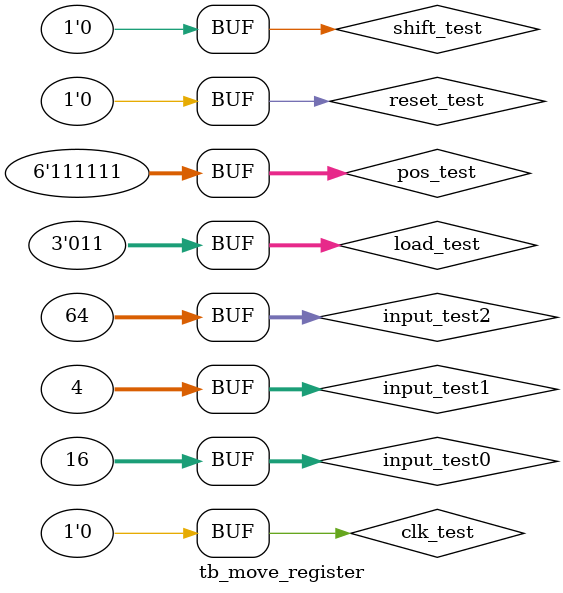
<source format=v>
module tb_move_register();
reg clk_test,reset_test,shift_test;
reg [2:0] load_test;
reg [5:0] pos_test;
wire [2:0] out_head_test,out_pos_test;

integer input_test0;
integer input_test1;
integer input_test2;


move_register port_map(
.clk(clk_test),
.reset(reset_test),
.load(load_test),
.pos(pos_test),
.out_head(out_head_test),
.out_pos(out_pos_test),
.shift(shift_test)

);

initial begin 
shift_test = 0;
clk_test = 0;
reset_test = 0;
pos_test = 6'b0;
load_test = 2'b0;
#5;
reset_test = 1;
#5;
reset_test = 0;
end

always begin 

	shift_test = 1;
	
	for(input_test0 = 0; input_test0 < 16; input_test0 = input_test0 + 1) begin
		for(input_test1 = 0;input_test1 < 4; input_test1 = input_test1 + 1) begin
		load_test = input_test1;
		#5;
		clk_test = 1;
		#5;
		clk_test = 0;
		end
	end
	
	shift_test = 0;
	
	for(input_test2 = 0; input_test2 < 64; input_test2 = input_test2 + 1) begin
		pos_test = input_test2;
		#5;
		clk_test = 1;
		#5;
		clk_test = 0;
	end
end

endmodule
</source>
